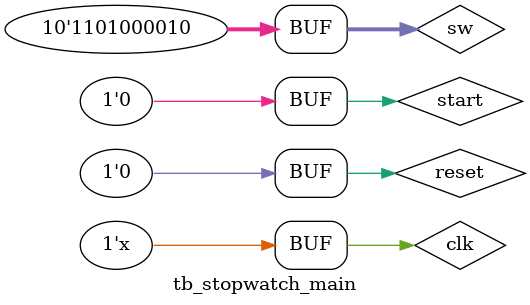
<source format=v>
`timescale 1ns / 1ps


module tb_stopwatch_main;
reg clk;
reg reset;
reg start;
reg[9:0] sw;
wire[3:0] an;
wire[6:0] sseg;
wire dp;

stopwatch_main uut(
    .clk(clk),
    .reset(reset),
    .start(start),
    .sw(sw),
    .an(an),
    .sseg(sseg),
    .dp(dp)
);

initial begin

clk = 0;
sw[9:0] = 0;
reset = 0;
start = 0;

#10;

reset = 1;

#50;

reset = 0;

#10;

start = 1;

#50;

start = 0;

#400;

sw[8] = 1;

#400;

start = 1;

#50;

sw[9] = 1;
sw[8] = 0;
sw[7:4] = 4;
sw[3:0] = 2;
start = 0;

#50;

reset = 1;

#50;

reset = 0;

#400;

sw[8] = 1;

#400;

end

always
#2 clk = ~clk;

endmodule

</source>
